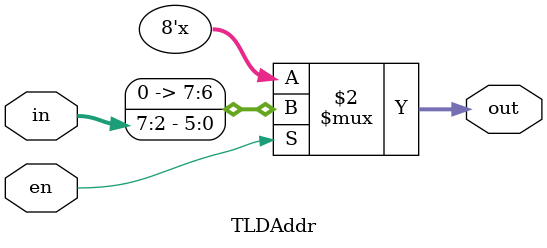
<source format=sv>
/* Name:
* Student ID: 12521589
* Purpose: A module simulating the process of querying for a TLD address
*/
module TLDAddr (
	input logic [7:0] in,
    output logic [7:0] out,
    input logic en
);

	assign out = en ? in>>2 : 8'bx;
endmodule
</source>
